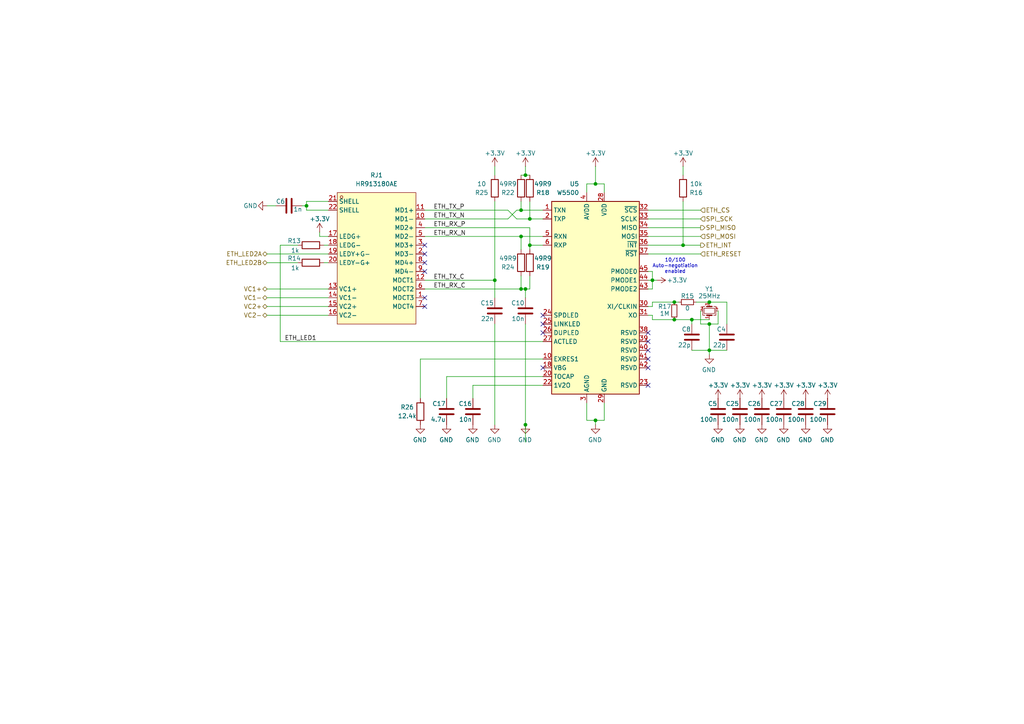
<source format=kicad_sch>
(kicad_sch (version 20231120) (generator "eeschema") (generator_version "8.0")
  (paper "A4")
  (title_block (title "WHYlight") (date "2024-07-18") (rev "0.2") (company "Nicolai Electronics") (comment 1 "Work in progress"))
  (lib_symbols
    (symbol "Device:C" (pin_numbers hide) (pin_names (offset 0.254))
      (property "Reference" "C" (at 0.635 2.54 0))
      (property "Value" "C" (at 0.635 -2.54 0))
      (symbol "C_0_1"
        (polyline (pts (xy -2.032 -0.762) (xy 2.032 -0.762)) (stroke (width 0.508)))
        (polyline (pts (xy -2.032 0.762) (xy 2.032 0.762)) (stroke (width 0.508)))
      )
      (symbol "C_1_1"
        (pin passive line (at 0 3.81 270) (length 2.794) (name "~") (number "1"))
        (pin passive line (at 0 -3.81 90) (length 2.794) (name "~") (number "2"))
      )
    )
    (symbol "Device:Crystal_GND24_Small" (pin_names (offset 1.016) hide)
      (property "Reference" "Y" (at 1.27 4.445 0))
      (property "Value" "Crystal_GND24_Small" (at 1.27 2.54 0))
      (symbol "Crystal_GND24_Small_0_1"
        (rectangle (start -0.762 -1.524) (end 0.762 1.524))
        (polyline (pts (xy -1.27 -0.762) (xy -1.27 0.762)) (stroke (width 0.381)))
        (polyline (pts (xy 1.27 -0.762) (xy 1.27 0.762)) (stroke (width 0.381)))
        (polyline (pts (xy -1.27 -1.27) (xy -1.27 -1.905) (xy 1.27 -1.905) (xy 1.27 -1.27)))
        (polyline (pts (xy -1.27 1.27) (xy -1.27 1.905) (xy 1.27 1.905) (xy 1.27 1.27)))
      )
      (symbol "Crystal_GND24_Small_1_1"
        (pin passive line (at -2.54 0 0) (length 1.27) (name "1") (number "1"))
        (pin passive line (at 0 -2.54 90) (length 0.635) (name "2") (number "2"))
        (pin passive line (at 2.54 0 180) (length 1.27) (name "3") (number "3"))
        (pin passive line (at 0 2.54 270) (length 0.635) (name "4") (number "4"))
      )
    )
    (symbol "Device:R_Small" (pin_numbers hide) (pin_names (offset 0.254) hide)
      (property "Reference" "R" (at 0.762 0.508 0))
      (property "Value" "R_Small" (at 0.762 -1.016 0))
      (symbol "R_Small_0_1"
        (rectangle (start -0.762 1.778) (end 0.762 -1.778) (stroke (width 0.2032)))
      )
      (symbol "R_Small_1_1"
        (pin passive line (at 0 2.54 270) (length 0.762) (name "~") (number "1"))
        (pin passive line (at 0 -2.54 90) (length 0.762) (name "~") (number "2"))
      )
    )
    (symbol "Interface_Ethernet:W5500"
      (property "Reference" "U" (at -11.43 29.21 0))
      (property "Value" "W5500" (at 8.89 29.21 0))
      (symbol "W5500_0_1"
        (rectangle (start -12.7 27.94) (end 12.7 -27.94) (stroke (width 0.254)) (fill (type background)))
      )
      (symbol "W5500_1_1"
        (pin output line (at 15.24 25.4 180) (length 2.54) (name "TXN") (number "1"))
        (pin passive line (at 15.24 -17.78 180) (length 2.54) (name "EXRES1") (number "10"))
        (pin passive line (at 2.54 30.48 270) (length 2.54) hide (name "AVDD") (number "11"))
        (pin no_connect line (at 12.7 7.62 180) (length 2.54) hide (name "NC") (number "12"))
        (pin no_connect line (at 12.7 5.08 180) (length 2.54) hide (name "NC") (number "13"))
        (pin passive line (at 2.54 -30.48 90) (length 2.54) hide (name "AGND") (number "14"))
        (pin passive line (at 2.54 30.48 270) (length 2.54) hide (name "AVDD") (number "15"))
        (pin passive line (at 2.54 -30.48 90) (length 2.54) hide (name "AGND") (number "16"))
        (pin passive line (at 2.54 30.48 270) (length 2.54) hide (name "AVDD") (number "17"))
        (pin passive line (at 15.24 -20.32 180) (length 2.54) (name "VBG") (number "18"))
        (pin passive line (at 2.54 -30.48 90) (length 2.54) hide (name "AGND") (number "19"))
        (pin output line (at 15.24 22.86 180) (length 2.54) (name "TXP") (number "2"))
        (pin passive line (at 15.24 -22.86 180) (length 2.54) (name "TOCAP") (number "20"))
        (pin passive line (at 2.54 30.48 270) (length 2.54) hide (name "AVDD") (number "21"))
        (pin output line (at 15.24 -25.4 180) (length 2.54) (name "1V2O") (number "22"))
        (pin input line (at -15.24 -25.4 0) (length 2.54) (name "RSVD") (number "23"))
        (pin output line (at 15.24 -5.08 180) (length 2.54) (name "SPDLED") (number "24"))
        (pin output line (at 15.24 -7.62 180) (length 2.54) (name "LINKLED") (number "25"))
        (pin output line (at 15.24 -10.16 180) (length 2.54) (name "DUPLED") (number "26"))
        (pin output line (at 15.24 -12.7 180) (length 2.54) (name "ACTLED") (number "27"))
        (pin power_in line (at -2.54 30.48 270) (length 2.54) (name "VDD") (number "28"))
        (pin power_in line (at -2.54 -30.48 90) (length 2.54) (name "GND") (number "29"))
        (pin power_in line (at 2.54 -30.48 90) (length 2.54) (name "AGND") (number "3"))
        (pin input line (at -15.24 -2.54 0) (length 2.54) (name "XI/CLKIN") (number "30"))
        (pin output line (at -15.24 -5.08 0) (length 2.54) (name "XO") (number "31"))
        (pin input line (at -15.24 25.4 0) (length 2.54) (name "~{SCS}") (number "32"))
        (pin input line (at -15.24 22.86 0) (length 2.54) (name "SCLK") (number "33"))
        (pin output line (at -15.24 20.32 0) (length 2.54) (name "MISO") (number "34"))
        (pin input line (at -15.24 17.78 0) (length 2.54) (name "MOSI") (number "35"))
        (pin input line (at -15.24 15.24 0) (length 2.54) (name "~{INT}") (number "36"))
        (pin input line (at -15.24 12.7 0) (length 2.54) (name "~{RST}") (number "37"))
        (pin input line (at -15.24 -10.16 0) (length 2.54) (name "RSVD") (number "38"))
        (pin input line (at -15.24 -12.7 0) (length 2.54) (name "RSVD") (number "39"))
        (pin power_in line (at 2.54 30.48 270) (length 2.54) (name "AVDD") (number "4"))
        (pin input line (at -15.24 -15.24 0) (length 2.54) (name "RSVD") (number "40"))
        (pin input line (at -15.24 -17.78 0) (length 2.54) (name "RSVD") (number "41"))
        (pin input line (at -15.24 -20.32 0) (length 2.54) (name "RSVD") (number "42"))
        (pin input line (at -15.24 2.54 0) (length 2.54) (name "PMODE2") (number "43"))
        (pin input line (at -15.24 5.08 0) (length 2.54) (name "PMODE1") (number "44"))
        (pin input line (at -15.24 7.62 0) (length 2.54) (name "PMODE0") (number "45"))
        (pin no_connect line (at 12.7 2.54 180) (length 2.54) hide (name "NC") (number "46"))
        (pin no_connect line (at 12.7 0 180) (length 2.54) hide (name "NC") (number "47"))
        (pin passive line (at 2.54 -30.48 90) (length 2.54) hide (name "AGND") (number "48"))
        (pin input line (at 15.24 17.78 180) (length 2.54) (name "RXN") (number "5"))
        (pin input line (at 15.24 15.24 180) (length 2.54) (name "RXP") (number "6"))
        (pin no_connect line (at 12.7 10.16 180) (length 2.54) hide (name "DNC") (number "7"))
        (pin passive line (at 2.54 30.48 270) (length 2.54) hide (name "AVDD") (number "8"))
        (pin passive line (at 2.54 -30.48 90) (length 2.54) hide (name "AGND") (number "9"))
      )
    )
    (symbol "RJ45-TH_HR913180AE:HR913180AE"
      (property "Reference" "RJ" (at 0 21.59 0))
      (property "Value" "HR913180AE" (at 0 -21.59 0))
      (symbol "HR913180AE_0_1"
        (rectangle (start -11.43 19.05) (end 11.43 -19.05) (fill (type background)))
        (circle (center -10.16 17.78) (radius 0.38))
        (pin unspecified line (at 13.97 -11.43 180) (length 2.54) (name "MDCT3") (number "1"))
        (pin unspecified line (at 13.97 11.43 180) (length 2.54) (name "MD1-") (number "10"))
        (pin unspecified line (at 13.97 13.97 180) (length 2.54) (name "MD1+") (number "11"))
        (pin unspecified line (at 13.97 -6.35 180) (length 2.54) (name "MDCT1") (number "12"))
        (pin unspecified line (at -13.97 -8.89 0) (length 2.54) (name "VC1+") (number "13"))
        (pin unspecified line (at -13.97 -11.43 0) (length 2.54) (name "VC1-") (number "14"))
        (pin unspecified line (at -13.97 -13.97 0) (length 2.54) (name "VC2+") (number "15"))
        (pin unspecified line (at -13.97 -16.51 0) (length 2.54) (name "VC2-") (number "16"))
        (pin unspecified line (at -13.97 6.35 0) (length 2.54) (name "LEDG+") (number "17"))
        (pin unspecified line (at -13.97 3.81 0) (length 2.54) (name "LEDG-") (number "18"))
        (pin unspecified line (at -13.97 1.27 0) (length 2.54) (name "LEDY+G-") (number "19"))
        (pin unspecified line (at 13.97 1.27 180) (length 2.54) (name "MD3-") (number "2"))
        (pin unspecified line (at -13.97 -1.27 0) (length 2.54) (name "LEDY-G+") (number "20"))
        (pin unspecified line (at -13.97 16.51 0) (length 2.54) (name "SHELL") (number "21"))
        (pin unspecified line (at -13.97 13.97 0) (length 2.54) (name "SHELL") (number "22"))
        (pin unspecified line (at 13.97 3.81 180) (length 2.54) (name "MD3+") (number "3"))
        (pin unspecified line (at 13.97 8.89 180) (length 2.54) (name "MD2+") (number "4"))
        (pin unspecified line (at 13.97 6.35 180) (length 2.54) (name "MD2-") (number "5"))
        (pin unspecified line (at 13.97 -8.89 180) (length 2.54) (name "MDCT2") (number "6"))
        (pin unspecified line (at 13.97 -13.97 180) (length 2.54) (name "MDCT4") (number "7"))
        (pin unspecified line (at 13.97 -1.27 180) (length 2.54) (name "MD4+") (number "8"))
        (pin unspecified line (at 13.97 -3.81 180) (length 2.54) (name "MD4-") (number "9"))
      )
    )
    (symbol "mch2021-rescue:GND-power" (power) (pin_names (offset 0))
      (property "Value" "GND-power" (at 0 -3.81 0))
      (symbol "GND-power_0_1"
        (polyline (pts (xy 0 0) (xy 0 -1.27) (xy 1.27 -1.27) (xy 0 -2.54) (xy -1.27 -1.27) (xy 0 -1.27)))
      )
      (symbol "GND-power_1_1"
        (pin power_in line (at 0 0 270) (length 0) hide (name "GND") (number "1"))
      )
    )
    (symbol "power:+3.3V" (power) (pin_numbers hide) (pin_names (offset 0) hide)
      (property "Value" "+3.3V" (at 0 3.556 0))
      (symbol "+3.3V_0_1"
        (polyline (pts (xy -0.762 1.27) (xy 0 2.54)))
        (polyline (pts (xy 0 0) (xy 0 2.54)))
        (polyline (pts (xy 0 2.54) (xy 0.762 1.27)))
      )
      (symbol "+3.3V_1_1"
        (pin power_in line (at 0 0 90) (length 0) (name "~") (number "1"))
      )
    )
    (symbol "symbols:R" (pin_numbers hide) (pin_names (offset 0))
      (property "Reference" "R" (at 2.032 0 90))
      (property "Value" "R" (at 0 0 90))
      (symbol "R_0_1"
        (rectangle (start -1.016 -2.54) (end 1.016 2.54) (stroke (width 0.254)))
      )
      (symbol "R_1_1"
        (pin passive line (at 0 3.81 270) (length 1.27) (name "~") (number "1"))
        (pin passive line (at 0 -3.81 90) (length 1.27) (name "~") (number "2"))
      )
    )
  )
  (junction (at 88.9 59.69))
  (junction (at 152.4 50.8))
  (junction (at 200.66 92.71))
  (junction (at 143.51 81.28))
  (junction (at 195.58 87.63))
  (junction (at 205.74 87.63))
  (junction (at 189.23 81.28))
  (junction (at 205.74 101.6))
  (junction (at 195.58 92.71))
  (junction (at 151.13 68.58))
  (junction (at 151.13 60.96))
  (junction (at 152.4 83.82))
  (junction (at 152.4 123.19))
  (junction (at 198.12 71.12))
  (junction (at 172.72 121.92))
  (junction (at 172.72 53.34))
  (junction (at 151.13 83.82))
  (junction (at 153.67 63.5))
  (junction (at 153.67 71.12))
  (junction (at 205.74 93.98))
  (no_connect (at 123.19 76.2))
  (no_connect (at 187.96 111.76))
  (no_connect (at 157.48 106.68))
  (no_connect (at 187.96 99.06))
  (no_connect (at 157.48 91.44))
  (no_connect (at 187.96 101.6))
  (no_connect (at 157.48 96.52))
  (no_connect (at 123.19 78.74))
  (no_connect (at 187.96 104.14))
  (no_connect (at 123.19 71.12))
  (no_connect (at 187.96 106.68))
  (no_connect (at 123.19 88.9))
  (no_connect (at 157.48 93.98))
  (no_connect (at 123.19 86.36))
  (no_connect (at 187.96 96.52))
  (no_connect (at 123.19 73.66))
  (wire (pts (xy 157.48 68.58) (xy 151.13 68.58)))
  (wire (pts (xy 175.26 53.34) (xy 175.26 55.88)))
  (wire (pts (xy 143.51 93.98) (xy 143.51 123.19)))
  (wire (pts (xy 143.51 58.42) (xy 143.51 81.28)))
  (wire (pts (xy 175.26 116.84) (xy 175.26 121.92)))
  (wire (pts (xy 189.23 78.74) (xy 187.96 78.74)))
  (wire (pts (xy 210.82 101.6) (xy 205.74 101.6)))
  (wire (pts (xy 189.23 81.28) (xy 187.96 81.28)))
  (wire (pts (xy 172.72 121.92) (xy 175.26 121.92)))
  (wire (pts (xy 195.58 87.63) (xy 189.23 87.63)))
  (wire (pts (xy 203.2 68.58) (xy 187.96 68.58)))
  (wire (pts (xy 172.72 53.34) (xy 170.18 53.34)))
  (wire (pts (xy 123.19 63.5) (xy 147.32 63.5)))
  (wire (pts (xy 137.16 111.76) (xy 137.16 115.57)))
  (wire (pts (xy 157.48 111.76) (xy 137.16 111.76)))
  (wire (pts (xy 129.54 109.22) (xy 129.54 115.57)))
  (wire (pts (xy 152.4 86.36) (xy 152.4 83.82)))
  (wire (pts (xy 189.23 87.63) (xy 189.23 88.9)))
  (wire (pts (xy 151.13 80.01) (xy 151.13 83.82)))
  (wire (pts (xy 123.19 66.04) (xy 153.67 66.04)))
  (wire (pts (xy 88.9 58.42) (xy 95.25 58.42)))
  (wire (pts (xy 152.4 50.8) (xy 151.13 50.8)))
  (wire (pts (xy 205.74 93.98) (xy 208.28 93.98)))
  (wire (pts (xy 200.66 92.71) (xy 200.66 93.98)))
  (wire (pts (xy 149.86 63.5) (xy 153.67 63.5)))
  (wire (pts (xy 203.2 71.12) (xy 198.12 71.12)))
  (wire (pts (xy 87.63 59.69) (xy 88.9 59.69)))
  (wire (pts (xy 157.48 60.96) (xy 151.13 60.96)))
  (wire (pts (xy 81.28 71.12) (xy 86.36 71.12)))
  (wire (pts (xy 210.82 87.63) (xy 205.74 87.63)))
  (wire (pts (xy 88.9 59.69) (xy 88.9 60.96)))
  (wire (pts (xy 93.98 71.12) (xy 95.25 71.12)))
  (wire (pts (xy 123.19 60.96) (xy 147.32 60.96)))
  (wire (pts (xy 170.18 116.84) (xy 170.18 121.92)))
  (wire (pts (xy 172.72 48.26) (xy 172.72 53.34)))
  (wire (pts (xy 157.48 109.22) (xy 129.54 109.22)))
  (wire (pts (xy 157.48 71.12) (xy 153.67 71.12)))
  (wire (pts (xy 121.92 104.14) (xy 121.92 115.57)))
  (wire (pts (xy 152.4 83.82) (xy 153.67 83.82)))
  (wire (pts (xy 172.72 121.92) (xy 172.72 123.19)))
  (wire (pts (xy 152.4 48.26) (xy 152.4 50.8)))
  (wire (pts (xy 170.18 121.92) (xy 172.72 121.92)))
  (wire (pts (xy 88.9 59.69) (xy 88.9 58.42)))
  (wire (pts (xy 123.19 81.28) (xy 143.51 81.28)))
  (wire (pts (xy 92.71 67.31) (xy 92.71 68.58)))
  (wire (pts (xy 203.2 63.5) (xy 187.96 63.5)))
  (wire (pts (xy 210.82 93.98) (xy 210.82 87.63)))
  (wire (pts (xy 77.47 88.9) (xy 95.25 88.9)))
  (wire (pts (xy 77.47 59.69) (xy 80.01 59.69)))
  (wire (pts (xy 208.28 93.98) (xy 208.28 90.17)))
  (wire (pts (xy 189.23 81.28) (xy 189.23 78.74)))
  (wire (pts (xy 149.86 60.96) (xy 147.32 63.5)))
  (wire (pts (xy 203.2 93.98) (xy 205.74 93.98)))
  (wire (pts (xy 143.51 81.28) (xy 143.51 86.36)))
  (wire (pts (xy 153.67 58.42) (xy 153.67 63.5)))
  (wire (pts (xy 149.86 60.96) (xy 151.13 60.96)))
  (wire (pts (xy 203.2 60.96) (xy 187.96 60.96)))
  (wire (pts (xy 196.85 87.63) (xy 195.58 87.63)))
  (wire (pts (xy 189.23 88.9) (xy 187.96 88.9)))
  (wire (pts (xy 147.32 60.96) (xy 149.86 63.5)))
  (wire (pts (xy 152.4 83.82) (xy 151.13 83.82)))
  (wire (pts (xy 151.13 58.42) (xy 151.13 60.96)))
  (wire (pts (xy 151.13 68.58) (xy 151.13 72.39)))
  (wire (pts (xy 81.28 71.12) (xy 81.28 99.06)))
  (wire (pts (xy 203.2 73.66) (xy 187.96 73.66)))
  (wire (pts (xy 81.28 99.06) (xy 157.48 99.06)))
  (wire (pts (xy 153.67 71.12) (xy 153.67 72.39)))
  (wire (pts (xy 77.47 83.82) (xy 95.25 83.82)))
  (wire (pts (xy 157.48 104.14) (xy 121.92 104.14)))
  (wire (pts (xy 88.9 60.96) (xy 95.25 60.96)))
  (wire (pts (xy 172.72 53.34) (xy 175.26 53.34)))
  (wire (pts (xy 189.23 91.44) (xy 187.96 91.44)))
  (wire (pts (xy 123.19 68.58) (xy 151.13 68.58)))
  (wire (pts (xy 198.12 48.26) (xy 198.12 50.8)))
  (wire (pts (xy 189.23 81.28) (xy 189.23 83.82)))
  (wire (pts (xy 190.5 81.28) (xy 189.23 81.28)))
  (wire (pts (xy 77.47 91.44) (xy 95.25 91.44)))
  (wire (pts (xy 77.47 76.2) (xy 86.36 76.2)))
  (wire (pts (xy 152.4 93.98) (xy 152.4 123.19)))
  (wire (pts (xy 203.2 90.17) (xy 203.2 93.98)))
  (wire (pts (xy 153.67 83.82) (xy 153.67 80.01)))
  (wire (pts (xy 205.74 87.63) (xy 201.93 87.63)))
  (wire (pts (xy 77.47 86.36) (xy 95.25 86.36)))
  (wire (pts (xy 152.4 128.27) (xy 152.4 123.19)))
  (wire (pts (xy 200.66 92.71) (xy 195.58 92.71)))
  (wire (pts (xy 77.47 73.66) (xy 95.25 73.66)))
  (wire (pts (xy 203.2 66.04) (xy 187.96 66.04)))
  (wire (pts (xy 123.19 83.82) (xy 151.13 83.82)))
  (wire (pts (xy 157.48 63.5) (xy 153.67 63.5)))
  (wire (pts (xy 95.25 68.58) (xy 92.71 68.58)))
  (wire (pts (xy 153.67 66.04) (xy 153.67 71.12)))
  (wire (pts (xy 205.74 101.6) (xy 205.74 102.87)))
  (wire (pts (xy 189.23 92.71) (xy 189.23 91.44)))
  (wire (pts (xy 205.74 101.6) (xy 200.66 101.6)))
  (wire (pts (xy 198.12 71.12) (xy 198.12 58.42)))
  (wire (pts (xy 187.96 71.12) (xy 198.12 71.12)))
  (wire (pts (xy 143.51 48.26) (xy 143.51 50.8)))
  (wire (pts (xy 195.58 92.71) (xy 189.23 92.71)))
  (wire (pts (xy 153.67 50.8) (xy 152.4 50.8)))
  (wire (pts (xy 93.98 76.2) (xy 95.25 76.2)))
  (wire (pts (xy 205.74 93.98) (xy 205.74 101.6)))
  (wire (pts (xy 189.23 83.82) (xy 187.96 83.82)))
  (wire (pts (xy 205.74 92.71) (xy 200.66 92.71)))
  (wire (pts (xy 170.18 53.34) (xy 170.18 55.88)))
  (text "10/100\nAuto-negotiation\nenabled" (at 195.834 77.216 0) (effects (font (size 1.016 1.016))))
  (label "ETH_RX_N" (at 125.73 68.58 0))
  (label "ETH_LED1" (at 82.55 99.06 0))
  (label "ETH_TX_C" (at 125.73 81.28 0))
  (label "ETH_TX_N" (at 125.73 63.5 0))
  (label "ETH_TX_P" (at 125.73 60.96 0))
  (label "ETH_RX_P" (at 125.73 66.04 0))
  (label "ETH_RX_C" (at 125.73 83.82 0))
  (hierarchical_label "ETH_RESET" (shape input) (at 203.2 73.66 0))
  (hierarchical_label "VC2-" (shape bidirectional) (at 77.47 91.44 180))
  (hierarchical_label "ETH_INT" (shape output) (at 203.2 71.12 0))
  (hierarchical_label "SPI_MISO" (shape output) (at 203.2 66.04 0))
  (hierarchical_label "VC1+" (shape bidirectional) (at 77.47 83.82 180))
  (hierarchical_label "ETH_CS" (shape input) (at 203.2 60.96 0))
  (hierarchical_label "VC1-" (shape bidirectional) (at 77.47 86.36 180))
  (hierarchical_label "VC2+" (shape bidirectional) (at 77.47 88.9 180))
  (hierarchical_label "SPI_SCK" (shape input) (at 203.2 63.5 0))
  (hierarchical_label "ETH_LED2B" (shape bidirectional) (at 77.47 76.2 180))
  (hierarchical_label "SPI_MOSI" (shape input) (at 203.2 68.58 0))
  (hierarchical_label "ETH_LED2A" (shape bidirectional) (at 77.47 73.66 180))
  (symbol (lib_id "power:+3.3V") (at 220.98 115.57 0) (mirror y) (unit 1)
    (property "Reference" "#PWR073" (effects (hide yes)))
    (property "Value" "+3.3V" (at 220.98 111.76 0))
    (property "Description" "Power symbol creates a global label with name \"+3.3V\"" (effects (hide yes)))
  )
  (symbol (lib_id "symbols:R") (at 90.17 76.2 90) (mirror x) (unit 1)
    (property "Reference" "R14" (at 85.344 74.93 90))
    (property "Value" "1k" (at 85.598 77.724 90))
    (property "Footprint" "Resistor_SMD:R_0402_1005Metric" (effects (hide yes)))
  )
  (symbol (lib_id "symbols:R") (at 151.13 54.61 0) (unit 1)
    (property "Reference" "R22" (at 147.32 55.88 0))
    (property "Value" "49R9" (at 147.32 53.34 0))
    (property "Footprint" "Resistor_SMD:R_0402_1005Metric" (effects (hide yes)))
  )
  (symbol (lib_id "power:+3.3V") (at 190.5 81.28 270) (mirror x) (unit 1)
    (property "Reference" "#PWR034" (effects (hide yes)))
    (property "Value" "+3.3V" (at 196.342 81.28 90))
    (property "Description" "Power symbol creates a global label with name \"+3.3V\"" (effects (hide yes)))
  )
  (symbol (lib_id "Device:C") (at 152.4 90.17 0) (mirror y) (unit 1)
    (property "Reference" "C10" (at 152.146 87.884 0) (effects (justify left)))
    (property "Value" "10n" (at 152.146 92.456 0) (effects (justify left)))
    (property "Footprint" "Capacitor_SMD:C_0402_1005Metric" (effects (hide yes)))
    (property "Description" "Unpolarized capacitor" (effects (hide yes)))
    (property "LCSC" "C2875126" (effects (hide yes)))
  )
  (symbol (lib_id "mch2021-rescue:GND-power") (at 143.51 123.19 0) (mirror y) (unit 1)
    (property "Reference" "#PWR043" (effects (hide yes)))
    (property "Value" "GND" (at 143.383 127.5842 0))
  )
  (symbol (lib_id "Device:C") (at 129.54 119.38 0) (mirror y) (unit 1)
    (property "Reference" "C17" (at 129.286 117.094 0) (effects (justify left)))
    (property "Value" "4.7u" (at 129.286 121.666 0) (effects (justify left)))
    (property "Footprint" "Capacitor_SMD:C_0402_1005Metric" (effects (hide yes)))
    (property "Datasheet" "https://jlcpcb.com/partdetail/Sanyear-C0402X5R475M250NT/C2911388" (effects (hide yes)))
    (property "Description" "Unpolarized capacitor" (effects (hide yes)))
    (property "LCSC" "C2911388" (effects (hide yes)))
  )
  (symbol (lib_id "Device:C") (at 83.82 59.69 270) (unit 1)
    (property "Reference" "C6" (at 80.01 58.42 90) (effects (justify left)))
    (property "Value" "1n" (at 85.09 60.706 90) (effects (justify left)))
    (property "Footprint" "Capacitor_SMD:C_1206_3216Metric" (effects (hide yes)))
    (property "Description" "Unpolarized capacitor" (effects (hide yes)))
    (property "LCSC" "C2173292" (effects (hide yes)))
  )
  (symbol (lib_id "power:+3.3V") (at 240.03 115.57 0) (mirror y) (unit 1)
    (property "Reference" "#PWR083" (effects (hide yes)))
    (property "Value" "+3.3V" (at 240.03 111.76 0))
    (property "Description" "Power symbol creates a global label with name \"+3.3V\"" (effects (hide yes)))
  )
  (symbol (lib_id "mch2021-rescue:GND-power") (at 205.74 102.87 0) (mirror y) (unit 1)
    (property "Reference" "#PWR032" (effects (hide yes)))
    (property "Value" "GND" (at 205.613 107.2642 0))
  )
  (symbol (lib_id "power:+3.3V") (at 214.63 115.57 0) (mirror y) (unit 1)
    (property "Reference" "#PWR01" (effects (hide yes)))
    (property "Value" "+3.3V" (at 214.63 111.76 0))
    (property "Description" "Power symbol creates a global label with name \"+3.3V\"" (effects (hide yes)))
  )
  (symbol (lib_id "symbols:R") (at 153.67 76.2 0) (mirror y) (unit 1)
    (property "Reference" "R19" (at 157.48 77.47 0))
    (property "Value" "49R9" (at 157.48 74.93 0))
    (property "Footprint" "Resistor_SMD:R_0402_1005Metric" (effects (hide yes)))
  )
  (symbol (lib_id "Device:R_Small") (at 195.58 90.17 0) (unit 1)
    (property "Reference" "R17" (at 192.786 88.9 0))
    (property "Value" "1M" (at 192.786 90.932 0))
    (property "Footprint" "Resistor_SMD:R_0402_1005Metric" (effects (hide yes)))
  )
  (symbol (lib_id "Device:C") (at 220.98 119.38 0) (mirror y) (unit 1)
    (property "Reference" "C26" (at 220.726 117.094 0) (effects (justify left)))
    (property "Value" "100n" (at 220.726 121.666 0) (effects (justify left)))
    (property "Footprint" "Capacitor_SMD:C_0402_1005Metric" (effects (hide yes)))
    (property "Description" "Unpolarized capacitor" (effects (hide yes)))
    (property "LCSC" "C394158" (effects (hide yes)))
  )
  (symbol (lib_id "Device:C") (at 227.33 119.38 0) (mirror y) (unit 1)
    (property "Reference" "C27" (at 227.076 117.094 0) (effects (justify left)))
    (property "Value" "100n" (at 227.076 121.666 0) (effects (justify left)))
    (property "Footprint" "Capacitor_SMD:C_0402_1005Metric" (effects (hide yes)))
    (property "Description" "Unpolarized capacitor" (effects (hide yes)))
    (property "LCSC" "C394158" (effects (hide yes)))
  )
  (symbol (lib_id "Device:C") (at 210.82 97.79 0) (mirror y) (unit 1)
    (property "Reference" "C4" (at 210.566 95.504 0) (effects (justify left)))
    (property "Value" "22p" (at 210.566 100.076 0) (effects (justify left)))
    (property "Footprint" "Capacitor_SMD:C_0402_1005Metric" (effects (hide yes)))
  )
  (symbol (lib_id "mch2021-rescue:GND-power") (at 227.33 123.19 0) (mirror y) (unit 1)
    (property "Reference" "#PWR079" (effects (hide yes)))
    (property "Value" "GND" (at 227.203 127.5842 0))
  )
  (symbol (lib_id "symbols:R") (at 153.67 54.61 0) (mirror y) (unit 1)
    (property "Reference" "R18" (at 157.48 55.88 0))
    (property "Value" "49R9" (at 157.48 53.34 0))
    (property "Footprint" "Resistor_SMD:R_0402_1005Metric" (effects (hide yes)))
  )
  (symbol (lib_id "Device:Crystal_GND24_Small") (at 205.74 90.17 270) (mirror x) (unit 1)
    (property "Reference" "Y1" (at 205.74 83.82 90))
    (property "Value" "25MHz" (at 205.74 85.852 90))
    (property "Footprint" "Crystal:Crystal_SMD_3225-4Pin_3.2x2.5mm" (effects (hide yes)))
    (property "Datasheet" "https://www.lcsc.com/product-detail/Crystal-Oscillators_HCI-1532H4-25000J18DTSTL_C5563795.html" (effects (hide yes)))
    (property "LCSC" "C5563795" (effects (hide yes)))
  )
  (symbol (lib_id "Device:C") (at 208.28 119.38 0) (mirror y) (unit 1)
    (property "Reference" "C5" (at 208.026 117.094 0) (effects (justify left)))
    (property "Value" "100n" (at 208.026 121.666 0) (effects (justify left)))
    (property "Footprint" "Capacitor_SMD:C_0402_1005Metric" (effects (hide yes)))
    (property "Description" "Unpolarized capacitor" (effects (hide yes)))
    (property "LCSC" "C394158" (effects (hide yes)))
  )
  (symbol (lib_id "Device:C") (at 143.51 90.17 0) (mirror y) (unit 1)
    (property "Reference" "C15" (at 143.256 87.884 0) (effects (justify left)))
    (property "Value" "22n" (at 143.256 92.456 0) (effects (justify left)))
    (property "Footprint" "Capacitor_SMD:C_0402_1005Metric" (effects (hide yes)))
    (property "Datasheet" "https://jlcpcb.com/partdetail/Cctc-TCC0402X7R223K250AT/C466237" (effects (hide yes)))
    (property "Description" "Unpolarized capacitor" (effects (hide yes)))
    (property "LCSC" "C466237" (effects (hide yes)))
  )
  (symbol (lib_id "power:+3.3V") (at 208.28 115.57 0) (mirror y) (unit 1)
    (property "Reference" "#PWR030" (effects (hide yes)))
    (property "Value" "+3.3V" (at 208.28 111.76 0))
    (property "Description" "Power symbol creates a global label with name \"+3.3V\"" (effects (hide yes)))
  )
  (symbol (lib_id "mch2021-rescue:GND-power") (at 208.28 123.19 0) (mirror y) (unit 1)
    (property "Reference" "#PWR031" (effects (hide yes)))
    (property "Value" "GND" (at 208.153 127.5842 0))
  )
  (symbol (lib_id "Interface_Ethernet:W5500") (at 172.72 86.36 0) (mirror y) (unit 1)
    (property "Reference" "U5" (at 167.9859 53.34 0) (effects (justify left)))
    (property "Value" "W5500" (at 167.9859 55.88 0) (effects (justify left)))
    (property "Footprint" "Package_QFP:LQFP-48_7x7mm_P0.5mm" (effects (hide yes)))
    (property "Datasheet" "http://wizwiki.net/wiki/lib/exe/fetch.php/products:w5500:w5500_ds_v109e.pdf" (effects (hide yes)))
    (property "Description" "10/100Mb SPI Ethernet controller with TCP/IP stack, LQFP-48" (effects (hide yes)))
    (property "LCSC" "C32843" (effects (hide yes)))
  )
  (symbol (lib_id "Device:C") (at 137.16 119.38 0) (mirror y) (unit 1)
    (property "Reference" "C16" (at 136.906 117.094 0) (effects (justify left)))
    (property "Value" "10n" (at 136.906 121.666 0) (effects (justify left)))
    (property "Footprint" "Capacitor_SMD:C_0402_1005Metric" (effects (hide yes)))
    (property "Description" "Unpolarized capacitor" (effects (hide yes)))
    (property "LCSC" "C2875126" (effects (hide yes)))
  )
  (symbol (lib_id "RJ45-TH_HR913180AE:HR913180AE") (at 109.22 74.93 0) (unit 1)
    (property "Reference" "RJ1" (at 109.22 50.8 0))
    (property "Value" "HR913180AE" (at 109.22 53.34 0))
    (property "Footprint" "library:RJ45-TH_HR913180AE" (effects (hide yes)))
    (property "LCSC" "C19724762" (effects (hide yes)))
  )
  (symbol (lib_id "mch2021-rescue:GND-power") (at 137.16 123.19 0) (mirror y) (unit 1)
    (property "Reference" "#PWR044" (effects (hide yes)))
    (property "Value" "GND" (at 137.033 127.5842 0))
  )
  (symbol (lib_id "mch2021-rescue:GND-power") (at 129.54 123.19 0) (mirror y) (unit 1)
    (property "Reference" "#PWR049" (effects (hide yes)))
    (property "Value" "GND" (at 129.413 127.5842 0))
  )
  (symbol (lib_id "power:+3.3V") (at 233.68 115.57 0) (mirror y) (unit 1)
    (property "Reference" "#PWR080" (effects (hide yes)))
    (property "Value" "+3.3V" (at 233.68 111.76 0))
    (property "Description" "Power symbol creates a global label with name \"+3.3V\"" (effects (hide yes)))
  )
  (symbol (lib_id "mch2021-rescue:GND-power") (at 233.68 123.19 0) (mirror y) (unit 1)
    (property "Reference" "#PWR081" (effects (hide yes)))
    (property "Value" "GND" (at 233.553 127.5842 0))
  )
  (symbol (lib_id "symbols:R") (at 121.92 119.38 0) (mirror x) (unit 1)
    (property "Reference" "R26" (at 118.11 118.11 0))
    (property "Value" "12.4k" (at 118.11 120.65 0))
    (property "Footprint" "Resistor_SMD:R_0402_1005Metric" (effects (hide yes)))
  )
  (symbol (lib_id "symbols:R") (at 90.17 71.12 90) (mirror x) (unit 1)
    (property "Reference" "R13" (at 85.344 69.85 90))
    (property "Value" "1k" (at 85.598 72.644 90))
    (property "Footprint" "Resistor_SMD:R_0402_1005Metric" (effects (hide yes)))
  )
  (symbol (lib_id "power:+3.3V") (at 92.71 67.31 0) (unit 1)
    (property "Reference" "#PWR037" (effects (hide yes)))
    (property "Value" "+3.3V" (at 92.71 63.5 0))
    (property "Description" "Power symbol creates a global label with name \"+3.3V\"" (effects (hide yes)))
  )
  (symbol (lib_id "power:+3.3V") (at 143.51 48.26 0) (mirror y) (unit 1)
    (property "Reference" "#PWR041" (effects (hide yes)))
    (property "Value" "+3.3V" (at 143.51 44.45 0))
    (property "Description" "Power symbol creates a global label with name \"+3.3V\"" (effects (hide yes)))
  )
  (symbol (lib_id "symbols:R") (at 143.51 54.61 0) (unit 1)
    (property "Reference" "R25" (at 139.7 55.88 0))
    (property "Value" "10" (at 139.7 53.34 0))
    (property "Footprint" "Resistor_SMD:R_0402_1005Metric" (effects (hide yes)))
  )
  (symbol (lib_id "power:+3.3V") (at 152.4 48.26 0) (mirror y) (unit 1)
    (property "Reference" "#PWR039" (effects (hide yes)))
    (property "Value" "+3.3V" (at 152.4 44.45 0))
    (property "Description" "Power symbol creates a global label with name \"+3.3V\"" (effects (hide yes)))
  )
  (symbol (lib_id "power:+3.3V") (at 227.33 115.57 0) (mirror y) (unit 1)
    (property "Reference" "#PWR078" (effects (hide yes)))
    (property "Value" "+3.3V" (at 227.33 111.76 0))
    (property "Description" "Power symbol creates a global label with name \"+3.3V\"" (effects (hide yes)))
  )
  (symbol (lib_id "mch2021-rescue:GND-power") (at 240.03 123.19 0) (mirror y) (unit 1)
    (property "Reference" "#PWR084" (effects (hide yes)))
    (property "Value" "GND" (at 239.903 127.5842 0))
  )
  (symbol (lib_id "mch2021-rescue:GND-power") (at 220.98 123.19 0) (mirror y) (unit 1)
    (property "Reference" "#PWR077" (effects (hide yes)))
    (property "Value" "GND" (at 220.853 127.5842 0))
  )
  (symbol (lib_id "Device:C") (at 233.68 119.38 0) (mirror y) (unit 1)
    (property "Reference" "C28" (at 233.426 117.094 0) (effects (justify left)))
    (property "Value" "100n" (at 233.426 121.666 0) (effects (justify left)))
    (property "Footprint" "Capacitor_SMD:C_0402_1005Metric" (effects (hide yes)))
    (property "Description" "Unpolarized capacitor" (effects (hide yes)))
    (property "LCSC" "C394158" (effects (hide yes)))
  )
  (symbol (lib_id "symbols:R") (at 151.13 76.2 0) (unit 1)
    (property "Reference" "R24" (at 147.32 77.47 0))
    (property "Value" "49R9" (at 147.32 74.93 0))
    (property "Footprint" "Resistor_SMD:R_0402_1005Metric" (effects (hide yes)))
  )
  (symbol (lib_id "Device:C") (at 240.03 119.38 0) (mirror y) (unit 1)
    (property "Reference" "C29" (at 239.776 117.094 0) (effects (justify left)))
    (property "Value" "100n" (at 239.776 121.666 0) (effects (justify left)))
    (property "Footprint" "Capacitor_SMD:C_0402_1005Metric" (effects (hide yes)))
    (property "Description" "Unpolarized capacitor" (effects (hide yes)))
    (property "LCSC" "C394158" (effects (hide yes)))
  )
  (symbol (lib_id "mch2021-rescue:GND-power") (at 152.4 123.19 0) (mirror y) (unit 1)
    (property "Reference" "#PWR040" (effects (hide yes)))
    (property "Value" "GND" (at 152.273 127.5842 0))
  )
  (symbol (lib_id "power:+3.3V") (at 172.72 48.26 0) (mirror y) (unit 1)
    (property "Reference" "#PWR035" (effects (hide yes)))
    (property "Value" "+3.3V" (at 172.72 44.45 0))
    (property "Description" "Power symbol creates a global label with name \"+3.3V\"" (effects (hide yes)))
  )
  (symbol (lib_id "Device:C") (at 214.63 119.38 0) (mirror y) (unit 1)
    (property "Reference" "C25" (at 214.376 117.094 0) (effects (justify left)))
    (property "Value" "100n" (at 214.376 121.666 0) (effects (justify left)))
    (property "Footprint" "Capacitor_SMD:C_0402_1005Metric" (effects (hide yes)))
    (property "Description" "Unpolarized capacitor" (effects (hide yes)))
    (property "LCSC" "C394158" (effects (hide yes)))
  )
  (symbol (lib_id "mch2021-rescue:GND-power") (at 77.47 59.69 270) (unit 1)
    (property "Reference" "#PWR028" (effects (hide yes)))
    (property "Value" "GND" (at 72.644 59.69 90))
  )
  (symbol (lib_id "mch2021-rescue:GND-power") (at 172.72 123.19 0) (mirror y) (unit 1)
    (property "Reference" "#PWR038" (effects (hide yes)))
    (property "Value" "GND" (at 172.593 127.5842 0))
  )
  (symbol (lib_id "mch2021-rescue:GND-power") (at 121.92 123.19 0) (mirror y) (unit 1)
    (property "Reference" "#PWR056" (effects (hide yes)))
    (property "Value" "GND" (at 121.793 127.5842 0))
  )
  (symbol (lib_id "mch2021-rescue:GND-power") (at 214.63 123.19 0) (mirror y) (unit 1)
    (property "Reference" "#PWR072" (effects (hide yes)))
    (property "Value" "GND" (at 214.503 127.5842 0))
  )
  (symbol (lib_id "Device:R_Small") (at 199.39 87.63 270) (unit 1)
    (property "Reference" "R15" (at 199.39 85.852 90))
    (property "Value" "0" (at 199.39 89.408 90))
    (property "Footprint" "Resistor_SMD:R_0402_1005Metric" (effects (hide yes)))
  )
  (symbol (lib_id "symbols:R") (at 198.12 54.61 0) (mirror y) (unit 1)
    (property "Reference" "R16" (at 201.93 55.88 0))
    (property "Value" "10k" (at 201.93 53.34 0))
    (property "Footprint" "Resistor_SMD:R_0402_1005Metric" (effects (hide yes)))
    (property "Datasheet" "https://datasheet.lcsc.com/lcsc/2304140030_YAGEO-RC0402FR-0710KL_C60490.pdf" (effects (hide yes)))
    (property "LCSC" "C60490" (effects (hide yes)))
  )
  (symbol (lib_id "Device:C") (at 200.66 97.79 0) (mirror y) (unit 1)
    (property "Reference" "C8" (at 200.406 95.504 0) (effects (justify left)))
    (property "Value" "22p" (at 200.406 100.076 0) (effects (justify left)))
    (property "Footprint" "Capacitor_SMD:C_0402_1005Metric" (effects (hide yes)))
  )
  (symbol (lib_id "power:+3.3V") (at 198.12 48.26 0) (mirror y) (unit 1)
    (property "Reference" "#PWR033" (effects (hide yes)))
    (property "Value" "+3.3V" (at 198.12 44.45 0))
    (property "Description" "Power symbol creates a global label with name \"+3.3V\"" (effects (hide yes)))
  )
)
</source>
